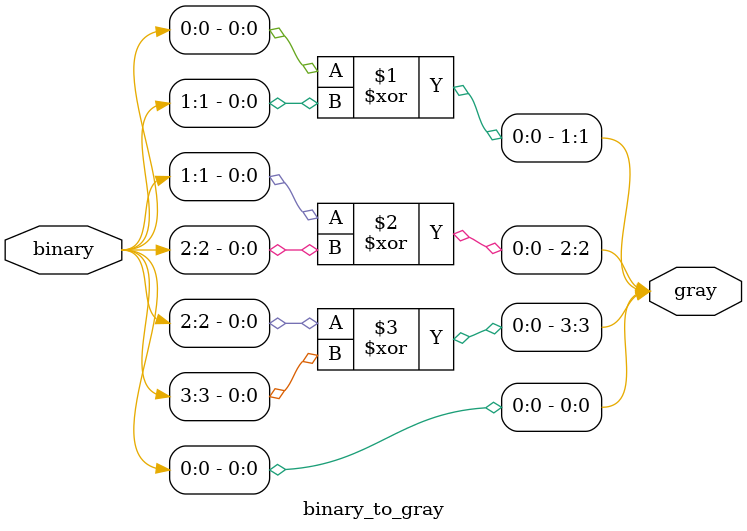
<source format=v>
module binary_to_gray (input [3:0] binary, output [3:0] gray);
    assign gray[0] = binary[0];
    assign gray[1] = binary[0] ^ binary[1];
    assign gray[2] = binary[1] ^ binary[2];
    assign gray[3] = binary[2] ^ binary[3];
endmodule


</source>
